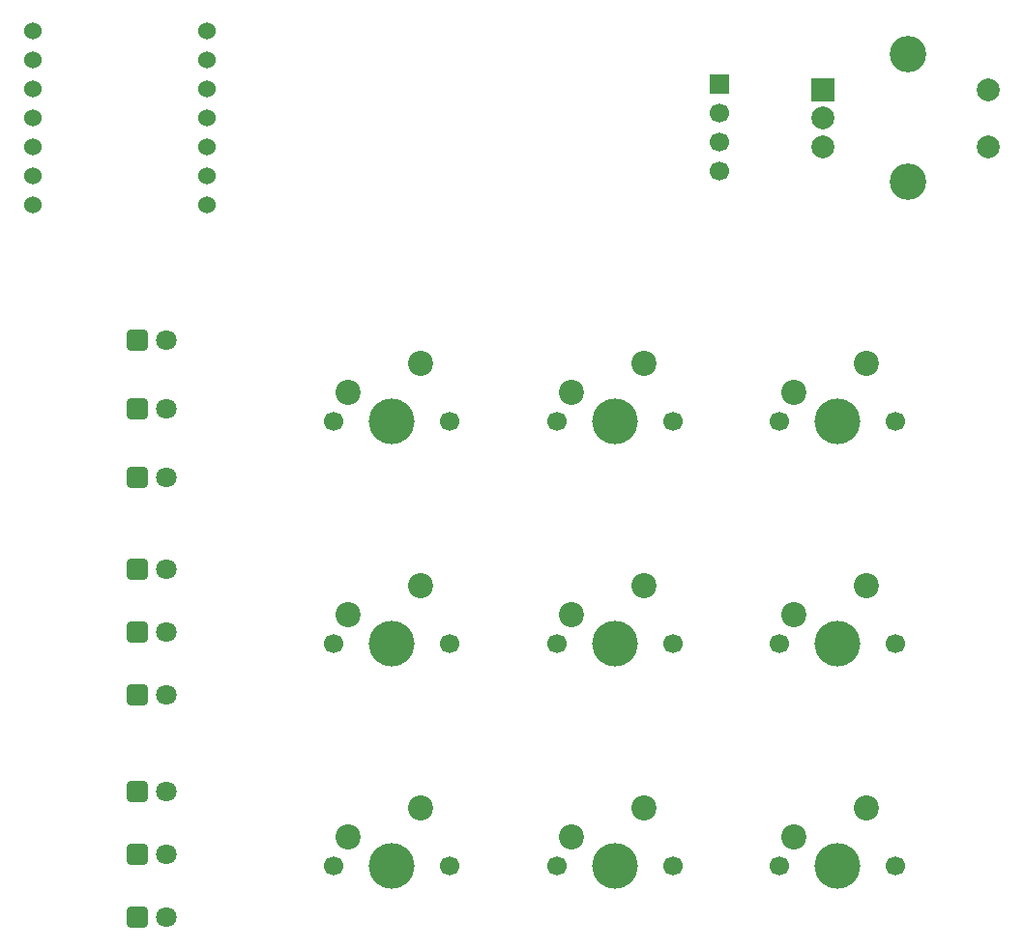
<source format=gbr>
%TF.GenerationSoftware,KiCad,Pcbnew,9.0.2*%
%TF.CreationDate,2025-07-03T21:35:02+02:00*%
%TF.ProjectId,dialpad,6469616c-7061-4642-9e6b-696361645f70,v1.0*%
%TF.SameCoordinates,Original*%
%TF.FileFunction,Soldermask,Bot*%
%TF.FilePolarity,Negative*%
%FSLAX46Y46*%
G04 Gerber Fmt 4.6, Leading zero omitted, Abs format (unit mm)*
G04 Created by KiCad (PCBNEW 9.0.2) date 2025-07-03 21:35:02*
%MOMM*%
%LPD*%
G01*
G04 APERTURE LIST*
G04 Aperture macros list*
%AMRoundRect*
0 Rectangle with rounded corners*
0 $1 Rounding radius*
0 $2 $3 $4 $5 $6 $7 $8 $9 X,Y pos of 4 corners*
0 Add a 4 corners polygon primitive as box body*
4,1,4,$2,$3,$4,$5,$6,$7,$8,$9,$2,$3,0*
0 Add four circle primitives for the rounded corners*
1,1,$1+$1,$2,$3*
1,1,$1+$1,$4,$5*
1,1,$1+$1,$6,$7*
1,1,$1+$1,$8,$9*
0 Add four rect primitives between the rounded corners*
20,1,$1+$1,$2,$3,$4,$5,0*
20,1,$1+$1,$4,$5,$6,$7,0*
20,1,$1+$1,$6,$7,$8,$9,0*
20,1,$1+$1,$8,$9,$2,$3,0*%
G04 Aperture macros list end*
%ADD10C,1.700000*%
%ADD11C,4.000000*%
%ADD12C,2.200000*%
%ADD13RoundRect,0.250000X-0.650000X-0.650000X0.650000X-0.650000X0.650000X0.650000X-0.650000X0.650000X0*%
%ADD14C,1.800000*%
%ADD15C,1.524000*%
%ADD16R,2.000000X2.000000*%
%ADD17C,2.000000*%
%ADD18C,3.200000*%
%ADD19R,1.700000X1.700000*%
G04 APERTURE END LIST*
D10*
%TO.C,SW5*%
X166880000Y-119235000D03*
D11*
X171960000Y-119235000D03*
D10*
X177040000Y-119235000D03*
D12*
X174500000Y-114155000D03*
X168150000Y-116695000D03*
%TD*%
D13*
%TO.C,D5*%
X130150000Y-118192500D03*
D14*
X132690000Y-118192500D03*
%TD*%
D10*
%TO.C,SW6*%
X186380000Y-119235000D03*
D11*
X191460000Y-119235000D03*
D10*
X196540000Y-119235000D03*
D12*
X194000000Y-114155000D03*
X187650000Y-116695000D03*
%TD*%
D10*
%TO.C,SW1*%
X147380000Y-99735000D03*
D11*
X152460000Y-99735000D03*
D10*
X157540000Y-99735000D03*
D12*
X155000000Y-94655000D03*
X148650000Y-97195000D03*
%TD*%
D10*
%TO.C,SW8*%
X166880000Y-138735000D03*
D11*
X171960000Y-138735000D03*
D10*
X177040000Y-138735000D03*
D12*
X174500000Y-133655000D03*
X168150000Y-136195000D03*
%TD*%
D13*
%TO.C,D3*%
X130150000Y-104692500D03*
D14*
X132690000Y-104692500D03*
%TD*%
D13*
%TO.C,D8*%
X130155000Y-137692500D03*
D14*
X132695000Y-137692500D03*
%TD*%
D13*
%TO.C,D6*%
X130155000Y-123692500D03*
D14*
X132695000Y-123692500D03*
%TD*%
D10*
%TO.C,SW4*%
X147380000Y-119235000D03*
D11*
X152460000Y-119235000D03*
D10*
X157540000Y-119235000D03*
D12*
X155000000Y-114155000D03*
X148650000Y-116695000D03*
%TD*%
D13*
%TO.C,D7*%
X130155000Y-132192500D03*
D14*
X132695000Y-132192500D03*
%TD*%
D10*
%TO.C,SW2*%
X166880000Y-99735000D03*
D11*
X171960000Y-99735000D03*
D10*
X177040000Y-99735000D03*
D12*
X174500000Y-94655000D03*
X168150000Y-97195000D03*
%TD*%
D15*
%TO.C,U1*%
X121030000Y-65575000D03*
X121030000Y-68115000D03*
X121030000Y-70655000D03*
X121030000Y-73195000D03*
X121030000Y-75735000D03*
X121030000Y-78275000D03*
X121030000Y-80815000D03*
X136270000Y-80815000D03*
X136270000Y-78275000D03*
X136270000Y-75735000D03*
X136270000Y-73195000D03*
X136270000Y-70655000D03*
X136270000Y-68115000D03*
X136270000Y-65575000D03*
%TD*%
D13*
%TO.C,D9*%
X130150000Y-143192500D03*
D14*
X132690000Y-143192500D03*
%TD*%
D10*
%TO.C,SW9*%
X186380000Y-138735000D03*
D11*
X191460000Y-138735000D03*
D10*
X196540000Y-138735000D03*
D12*
X194000000Y-133655000D03*
X187650000Y-136195000D03*
%TD*%
D16*
%TO.C,SW10*%
X190150000Y-70695000D03*
D17*
X190150000Y-75695000D03*
X190150000Y-73195000D03*
D18*
X197650000Y-67595000D03*
X197650000Y-78795000D03*
D17*
X204650000Y-75695000D03*
X204650000Y-70695000D03*
%TD*%
D13*
%TO.C,D1*%
X130155000Y-92692500D03*
D14*
X132695000Y-92692500D03*
%TD*%
D10*
%TO.C,SW7*%
X147380000Y-138735000D03*
D11*
X152460000Y-138735000D03*
D10*
X157540000Y-138735000D03*
D12*
X155000000Y-133655000D03*
X148650000Y-136195000D03*
%TD*%
D13*
%TO.C,D4*%
X130150000Y-112692500D03*
D14*
X132690000Y-112692500D03*
%TD*%
D13*
%TO.C,D2*%
X130155000Y-98692500D03*
D14*
X132695000Y-98692500D03*
%TD*%
D19*
%TO.C,J1*%
X181150000Y-70195000D03*
D10*
X181150000Y-72735000D03*
X181150000Y-75275000D03*
X181150000Y-77815000D03*
%TD*%
%TO.C,SW3*%
X186380000Y-99735000D03*
D11*
X191460000Y-99735000D03*
D10*
X196540000Y-99735000D03*
D12*
X194000000Y-94655000D03*
X187650000Y-97195000D03*
%TD*%
M02*

</source>
